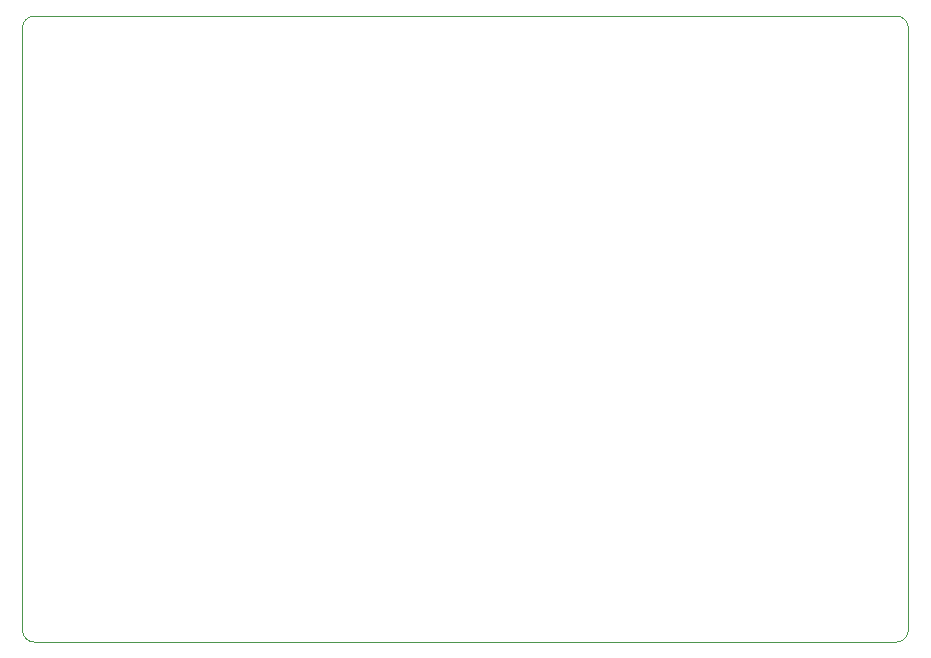
<source format=gm1>
%TF.GenerationSoftware,KiCad,Pcbnew,5.1.7-a382d34a8~87~ubuntu18.04.1*%
%TF.CreationDate,2021-12-24T14:38:43-05:00*%
%TF.ProjectId,Source_Balancer_SMD,536f7572-6365-45f4-9261-6c616e636572,rev?*%
%TF.SameCoordinates,Original*%
%TF.FileFunction,Profile,NP*%
%FSLAX46Y46*%
G04 Gerber Fmt 4.6, Leading zero omitted, Abs format (unit mm)*
G04 Created by KiCad (PCBNEW 5.1.7-a382d34a8~87~ubuntu18.04.1) date 2021-12-24 14:38:43*
%MOMM*%
%LPD*%
G01*
G04 APERTURE LIST*
%TA.AperFunction,Profile*%
%ADD10C,0.050000*%
%TD*%
G04 APERTURE END LIST*
D10*
X59000000Y-39500000D02*
G75*
G02*
X60000000Y-38500000I1000000J0D01*
G01*
X60000000Y-91500000D02*
G75*
G02*
X59000000Y-90500000I0J1000000D01*
G01*
X134000000Y-90500000D02*
G75*
G02*
X133000000Y-91500000I-1000000J0D01*
G01*
X133000000Y-38500000D02*
G75*
G02*
X134000000Y-39500000I0J-1000000D01*
G01*
X134000000Y-39500000D02*
X134000000Y-90500000D01*
X60000000Y-38500000D02*
X133000000Y-38500000D01*
X60000000Y-91500000D02*
X133000000Y-91500000D01*
X59000000Y-39500000D02*
X59000000Y-90500000D01*
M02*

</source>
